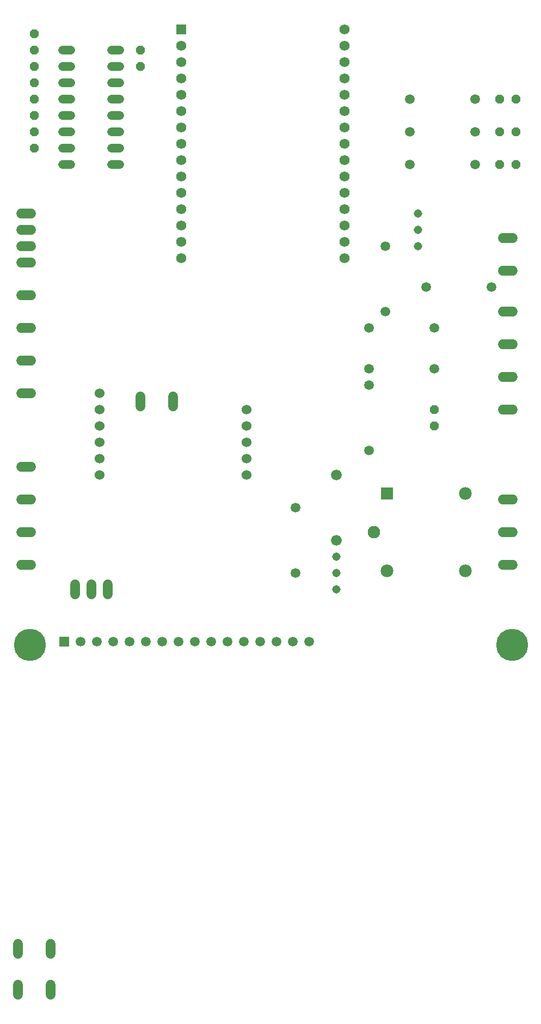
<source format=gbr>
G04 EAGLE Gerber RS-274X export*
G75*
%MOMM*%
%FSLAX34Y34*%
%LPD*%
%INTop Copper*%
%IPPOS*%
%AMOC8*
5,1,8,0,0,1.08239X$1,22.5*%
G01*
%ADD10C,1.308000*%
%ADD11P,1.429621X8X292.500000*%
%ADD12P,1.429621X8X112.500000*%
%ADD13C,1.676400*%
%ADD14C,1.524000*%
%ADD15R,1.508000X1.508000*%
%ADD16C,1.508000*%
%ADD17C,5.000000*%
%ADD18R,1.560000X1.560000*%
%ADD19C,1.560000*%
%ADD20P,1.429621X8X202.500000*%
%ADD21C,1.320800*%
%ADD22C,1.500000*%
%ADD23R,1.980000X1.980000*%
%ADD24C,1.935000*%
%ADD25C,1.980000*%
%ADD26C,1.530000*%


D10*
X520700Y127000D03*
X520700Y152400D03*
X520700Y177800D03*
X647700Y711200D03*
X647700Y685800D03*
X647700Y660400D03*
D11*
X50800Y990600D03*
X50800Y965200D03*
D12*
X50800Y863600D03*
X50800Y889000D03*
D11*
X50800Y838200D03*
X50800Y812800D03*
D12*
X50800Y914400D03*
X50800Y939800D03*
D11*
X215900Y965200D03*
X215900Y939800D03*
D12*
X673100Y381000D03*
X673100Y406400D03*
D13*
X520700Y203200D03*
X520700Y304800D03*
D14*
X779780Y673100D02*
X795020Y673100D01*
X795020Y622300D02*
X779780Y622300D01*
D15*
X97700Y45700D03*
D16*
X123100Y45700D03*
X148500Y45700D03*
X173900Y45700D03*
X199300Y45700D03*
X224700Y45700D03*
X250100Y45700D03*
X275500Y45700D03*
X300900Y45700D03*
X326300Y45700D03*
X351700Y45700D03*
X377100Y45700D03*
X402500Y45700D03*
X427900Y45700D03*
X453300Y45700D03*
X478700Y45700D03*
D17*
X794100Y40700D03*
X44100Y40700D03*
D18*
X279400Y997700D03*
D19*
X279400Y972300D03*
X533400Y718300D03*
X279400Y946900D03*
X279400Y921500D03*
X279400Y896100D03*
X279400Y870700D03*
X279400Y845300D03*
X279400Y819900D03*
X279400Y794500D03*
X279400Y769100D03*
X279400Y743700D03*
X279400Y718300D03*
X279400Y692900D03*
X279400Y667500D03*
X279400Y642100D03*
X533400Y642100D03*
X533400Y667500D03*
X533400Y692900D03*
X533400Y743700D03*
X533400Y769100D03*
X533400Y794500D03*
X533400Y819900D03*
X533400Y845300D03*
X533400Y870700D03*
X533400Y896100D03*
X533400Y921500D03*
X533400Y946900D03*
X533400Y972300D03*
X533400Y997700D03*
D20*
X800100Y889000D03*
X774700Y889000D03*
X800100Y838200D03*
X774700Y838200D03*
X800100Y787400D03*
X774700Y787400D03*
D21*
X108204Y965200D02*
X94996Y965200D01*
X94996Y939800D02*
X108204Y939800D01*
X108204Y812800D02*
X94996Y812800D01*
X94996Y787400D02*
X108204Y787400D01*
X108204Y914400D02*
X94996Y914400D01*
X94996Y889000D02*
X108204Y889000D01*
X108204Y838200D02*
X94996Y838200D01*
X94996Y863600D02*
X108204Y863600D01*
X171196Y787400D02*
X184404Y787400D01*
X184404Y812800D02*
X171196Y812800D01*
X171196Y838200D02*
X184404Y838200D01*
X184404Y863600D02*
X171196Y863600D01*
X171196Y889000D02*
X184404Y889000D01*
X184404Y914400D02*
X171196Y914400D01*
X171196Y939800D02*
X184404Y939800D01*
X184404Y965200D02*
X171196Y965200D01*
D14*
X114300Y134620D02*
X114300Y119380D01*
X139700Y119380D02*
X139700Y134620D01*
X165100Y134620D02*
X165100Y119380D01*
X45720Y431800D02*
X30480Y431800D01*
X30480Y482600D02*
X45720Y482600D01*
X45720Y533400D02*
X30480Y533400D01*
X30480Y584200D02*
X45720Y584200D01*
X779780Y558800D02*
X795020Y558800D01*
X795020Y508000D02*
X779780Y508000D01*
X779780Y457200D02*
X795020Y457200D01*
X795020Y406400D02*
X779780Y406400D01*
D22*
X596900Y660400D03*
X596900Y558800D03*
X635000Y889000D03*
X736600Y889000D03*
X635000Y838200D03*
X736600Y838200D03*
X635000Y787400D03*
X736600Y787400D03*
X673100Y533400D03*
X571500Y533400D03*
X571500Y444500D03*
X571500Y342900D03*
X673100Y469900D03*
X571500Y469900D03*
X660400Y596900D03*
X762000Y596900D03*
X457200Y152400D03*
X457200Y254000D03*
D23*
X599400Y275900D03*
D24*
X579400Y215900D03*
D25*
X599400Y155900D03*
X721400Y155900D03*
X721400Y275900D03*
D14*
X779780Y266700D02*
X795020Y266700D01*
X795020Y215900D02*
X779780Y215900D01*
X779780Y165100D02*
X795020Y165100D01*
X45720Y635000D02*
X30480Y635000D01*
X30480Y660400D02*
X45720Y660400D01*
X45720Y685800D02*
X30480Y685800D01*
X30480Y711200D02*
X45720Y711200D01*
X45720Y165100D02*
X30480Y165100D01*
X30480Y215900D02*
X45720Y215900D01*
X45720Y266700D02*
X30480Y266700D01*
X30480Y317500D02*
X45720Y317500D01*
D26*
X152400Y431700D03*
X152400Y406300D03*
X152400Y380900D03*
X152400Y355500D03*
X152400Y330100D03*
X152400Y304700D03*
X381000Y304700D03*
X381000Y330100D03*
X381000Y406300D03*
X381000Y355500D03*
X381000Y380900D03*
D14*
X215900Y411480D02*
X215900Y426720D01*
X266700Y426720D02*
X266700Y411480D01*
X25400Y-424180D02*
X25400Y-439420D01*
X76200Y-439420D02*
X76200Y-424180D01*
X25400Y-487680D02*
X25400Y-502920D01*
X76200Y-502920D02*
X76200Y-487680D01*
M02*

</source>
